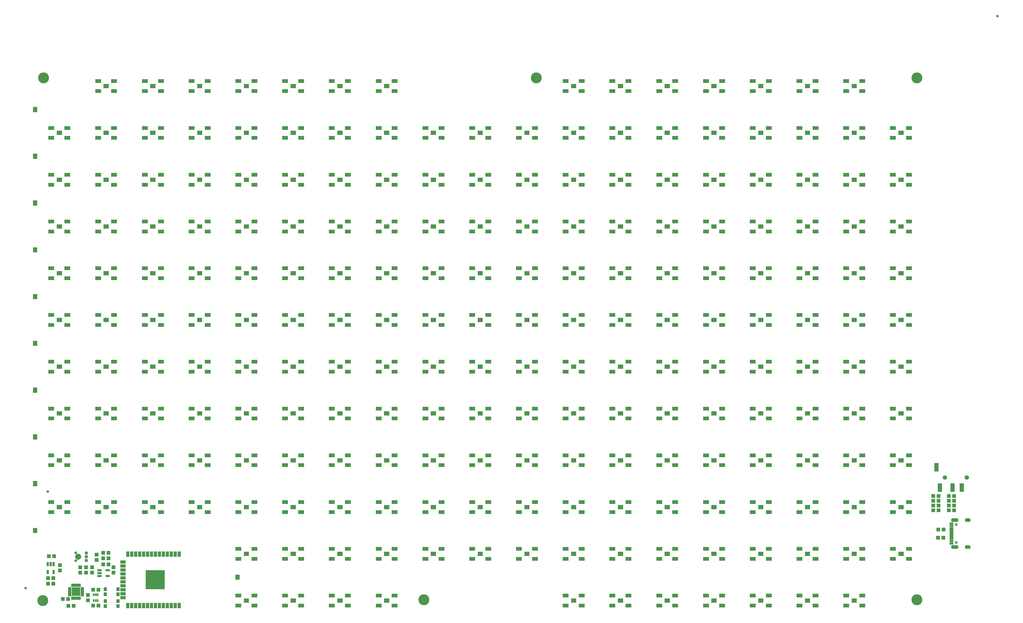
<source format=gts>
G04 EAGLE Gerber RS-274X export*
G75*
%MOMM*%
%FSLAX34Y34*%
%LPD*%
%INSoldermask Top*%
%IPPOS*%
%AMOC8*
5,1,8,0,0,1.08239X$1,22.5*%
G01*
%ADD10R,1.303200X1.203200*%
%ADD11C,0.838200*%
%ADD12R,0.503200X0.863200*%
%ADD13R,1.203200X1.303200*%
%ADD14R,1.103200X1.203200*%
%ADD15R,1.103200X1.703200*%
%ADD16R,1.703200X1.103200*%
%ADD17R,6.203200X6.203200*%
%ADD18R,0.753200X1.403200*%
%ADD19R,0.503200X1.053200*%
%ADD20R,1.053200X0.503200*%
%ADD21R,2.753200X2.753200*%
%ADD22C,3.505200*%
%ADD23R,1.219200X0.503200*%
%ADD24R,1.219200X0.803200*%
%ADD25R,1.219200X0.753200*%
%ADD26C,0.853200*%
%ADD27R,1.403200X2.703200*%
%ADD28C,1.403200*%
%ADD29C,0.500000*%
%ADD30C,0.903200*%
%ADD31C,1.103200*%
%ADD32R,1.403200X0.753200*%
%ADD33R,1.854200X1.203200*%
%ADD34R,0.838200X1.473200*%
%ADD35R,1.473200X0.838200*%

G36*
X3006305Y327154D02*
X3006305Y327154D01*
X3006308Y327151D01*
X3007575Y327356D01*
X3007581Y327362D01*
X3007586Y327359D01*
X3008775Y327841D01*
X3008779Y327848D01*
X3008785Y327846D01*
X3009838Y328580D01*
X3009840Y328588D01*
X3009846Y328587D01*
X3010709Y329537D01*
X3010710Y329546D01*
X3010715Y329546D01*
X3011345Y330665D01*
X3011344Y330673D01*
X3011350Y330675D01*
X3011715Y331905D01*
X3011712Y331912D01*
X3011716Y331915D01*
X3011715Y331915D01*
X3011717Y331916D01*
X3011799Y333197D01*
X3011797Y333201D01*
X3011799Y333203D01*
X3011717Y334484D01*
X3011711Y334490D01*
X3011715Y334495D01*
X3011350Y335725D01*
X3011343Y335730D01*
X3011345Y335735D01*
X3010715Y336854D01*
X3010708Y336857D01*
X3010709Y336863D01*
X3009846Y337813D01*
X3009838Y337814D01*
X3009838Y337820D01*
X3008785Y338554D01*
X3008777Y338554D01*
X3008775Y338559D01*
X3007586Y339041D01*
X3007578Y339039D01*
X3007575Y339044D01*
X3006308Y339249D01*
X3006303Y339246D01*
X3006300Y339249D01*
X2994300Y339249D01*
X2994296Y339246D01*
X2994293Y339249D01*
X2993171Y339094D01*
X2993166Y339089D01*
X2993162Y339092D01*
X2992091Y338721D01*
X2992087Y338715D01*
X2992082Y338717D01*
X2991105Y338144D01*
X2991102Y338138D01*
X2991097Y338139D01*
X2990250Y337386D01*
X2990248Y337379D01*
X2990243Y337379D01*
X2989559Y336476D01*
X2989559Y336469D01*
X2989554Y336468D01*
X2989059Y335449D01*
X2989061Y335442D01*
X2989059Y335441D01*
X2989056Y335440D01*
X2988769Y334343D01*
X2988772Y334337D01*
X2988768Y334334D01*
X2988701Y333203D01*
X2988703Y333199D01*
X2988701Y333197D01*
X2988768Y332066D01*
X2988773Y332061D01*
X2988769Y332057D01*
X2989056Y330960D01*
X2989062Y330956D01*
X2989059Y330951D01*
X2989554Y329932D01*
X2989560Y329929D01*
X2989559Y329924D01*
X2990243Y329021D01*
X2990250Y329019D01*
X2990250Y329014D01*
X2991097Y328261D01*
X2991104Y328261D01*
X2991105Y328256D01*
X2992082Y327683D01*
X2992089Y327684D01*
X2992091Y327679D01*
X2993162Y327308D01*
X2993168Y327311D01*
X2993171Y327306D01*
X2994293Y327151D01*
X2994298Y327154D01*
X2994300Y327151D01*
X3006300Y327151D01*
X3006305Y327154D01*
G37*
G36*
X3006305Y240754D02*
X3006305Y240754D01*
X3006308Y240751D01*
X3007575Y240956D01*
X3007581Y240962D01*
X3007586Y240959D01*
X3008775Y241441D01*
X3008779Y241448D01*
X3008785Y241446D01*
X3009838Y242180D01*
X3009840Y242188D01*
X3009846Y242187D01*
X3010709Y243137D01*
X3010710Y243146D01*
X3010715Y243146D01*
X3011345Y244265D01*
X3011344Y244273D01*
X3011350Y244275D01*
X3011715Y245505D01*
X3011712Y245512D01*
X3011716Y245515D01*
X3011715Y245515D01*
X3011717Y245516D01*
X3011799Y246797D01*
X3011797Y246801D01*
X3011799Y246803D01*
X3011717Y248084D01*
X3011711Y248090D01*
X3011715Y248095D01*
X3011350Y249325D01*
X3011343Y249330D01*
X3011345Y249335D01*
X3010715Y250454D01*
X3010708Y250457D01*
X3010709Y250463D01*
X3009846Y251413D01*
X3009838Y251414D01*
X3009838Y251420D01*
X3008785Y252154D01*
X3008777Y252154D01*
X3008775Y252159D01*
X3007586Y252641D01*
X3007578Y252639D01*
X3007575Y252644D01*
X3006308Y252849D01*
X3006303Y252846D01*
X3006300Y252849D01*
X2994300Y252849D01*
X2994296Y252846D01*
X2994293Y252849D01*
X2993171Y252694D01*
X2993166Y252689D01*
X2993162Y252692D01*
X2992091Y252321D01*
X2992087Y252315D01*
X2992082Y252317D01*
X2991105Y251744D01*
X2991102Y251738D01*
X2991097Y251739D01*
X2990250Y250986D01*
X2990248Y250979D01*
X2990243Y250979D01*
X2989559Y250076D01*
X2989559Y250069D01*
X2989554Y250068D01*
X2989059Y249049D01*
X2989061Y249042D01*
X2989059Y249041D01*
X2989056Y249040D01*
X2988769Y247943D01*
X2988772Y247937D01*
X2988768Y247934D01*
X2988701Y246803D01*
X2988703Y246799D01*
X2988701Y246797D01*
X2988768Y245666D01*
X2988773Y245661D01*
X2988769Y245657D01*
X2989056Y244560D01*
X2989062Y244556D01*
X2989059Y244551D01*
X2989554Y243532D01*
X2989560Y243529D01*
X2989559Y243524D01*
X2990243Y242621D01*
X2990250Y242619D01*
X2990250Y242614D01*
X2991097Y241861D01*
X2991104Y241861D01*
X2991105Y241856D01*
X2992082Y241283D01*
X2992089Y241284D01*
X2992091Y241279D01*
X2993162Y240908D01*
X2993168Y240911D01*
X2993171Y240906D01*
X2994293Y240751D01*
X2994298Y240754D01*
X2994300Y240751D01*
X3006300Y240751D01*
X3006305Y240754D01*
G37*
G36*
X3045104Y327153D02*
X3045104Y327153D01*
X3045106Y327151D01*
X3046435Y327306D01*
X3046441Y327312D01*
X3046445Y327309D01*
X3047706Y327756D01*
X3047711Y327763D01*
X3047716Y327761D01*
X3048846Y328478D01*
X3048849Y328485D01*
X3048855Y328484D01*
X3049797Y329435D01*
X3049798Y329443D01*
X3049804Y329443D01*
X3050511Y330579D01*
X3050511Y330584D01*
X3050512Y330585D01*
X3050511Y330587D01*
X3050516Y330589D01*
X3050952Y331854D01*
X3050950Y331862D01*
X3050955Y331865D01*
X3051099Y333195D01*
X3051095Y333201D01*
X3051099Y333205D01*
X3050989Y334371D01*
X3050984Y334376D01*
X3050987Y334380D01*
X3050652Y335503D01*
X3050646Y335507D01*
X3050648Y335511D01*
X3050100Y336547D01*
X3050094Y336550D01*
X3050095Y336555D01*
X3049356Y337463D01*
X3049349Y337465D01*
X3049349Y337470D01*
X3048447Y338217D01*
X3048440Y338217D01*
X3048439Y338223D01*
X3047408Y338779D01*
X3047401Y338778D01*
X3047399Y338783D01*
X3046280Y339127D01*
X3046273Y339125D01*
X3046270Y339129D01*
X3045105Y339249D01*
X3045102Y339247D01*
X3045100Y339249D01*
X3039100Y339249D01*
X3039097Y339247D01*
X3039095Y339249D01*
X3037919Y339138D01*
X3037914Y339133D01*
X3037910Y339136D01*
X3036778Y338798D01*
X3036774Y338792D01*
X3036769Y338794D01*
X3035725Y338242D01*
X3035722Y338235D01*
X3035717Y338237D01*
X3034801Y337491D01*
X3034800Y337484D01*
X3034794Y337484D01*
X3034041Y336575D01*
X3034041Y336567D01*
X3034036Y336567D01*
X3033475Y335527D01*
X3033476Y335520D01*
X3033471Y335518D01*
X3033124Y334389D01*
X3033126Y334383D01*
X3033122Y334380D01*
X3033001Y333205D01*
X3033005Y333198D01*
X3033001Y333194D01*
X3033158Y331854D01*
X3033163Y331848D01*
X3033160Y331843D01*
X3033611Y330572D01*
X3033618Y330567D01*
X3033616Y330562D01*
X3034338Y329423D01*
X3034346Y329420D01*
X3034345Y329414D01*
X3035303Y328464D01*
X3035311Y328463D01*
X3035312Y328457D01*
X3036457Y327744D01*
X3036466Y327745D01*
X3036467Y327739D01*
X3037743Y327299D01*
X3037750Y327301D01*
X3037752Y327299D01*
X3037753Y327297D01*
X3039095Y327151D01*
X3039098Y327153D01*
X3039100Y327151D01*
X3045100Y327151D01*
X3045104Y327153D01*
G37*
G36*
X3045104Y240753D02*
X3045104Y240753D01*
X3045106Y240751D01*
X3046435Y240906D01*
X3046441Y240912D01*
X3046445Y240909D01*
X3047706Y241356D01*
X3047711Y241363D01*
X3047716Y241361D01*
X3048846Y242078D01*
X3048849Y242085D01*
X3048855Y242084D01*
X3049797Y243035D01*
X3049798Y243043D01*
X3049804Y243043D01*
X3050511Y244179D01*
X3050511Y244184D01*
X3050512Y244185D01*
X3050511Y244187D01*
X3050516Y244189D01*
X3050952Y245454D01*
X3050950Y245462D01*
X3050955Y245465D01*
X3051099Y246795D01*
X3051095Y246801D01*
X3051099Y246805D01*
X3050989Y247971D01*
X3050984Y247976D01*
X3050987Y247980D01*
X3050652Y249103D01*
X3050646Y249107D01*
X3050648Y249111D01*
X3050100Y250147D01*
X3050094Y250150D01*
X3050095Y250155D01*
X3049356Y251063D01*
X3049349Y251065D01*
X3049349Y251070D01*
X3048447Y251817D01*
X3048440Y251817D01*
X3048439Y251823D01*
X3047408Y252379D01*
X3047401Y252378D01*
X3047399Y252383D01*
X3046280Y252727D01*
X3046273Y252725D01*
X3046270Y252729D01*
X3045105Y252849D01*
X3045102Y252847D01*
X3045100Y252849D01*
X3039100Y252849D01*
X3039097Y252847D01*
X3039095Y252849D01*
X3037919Y252738D01*
X3037914Y252733D01*
X3037910Y252736D01*
X3036778Y252398D01*
X3036774Y252392D01*
X3036769Y252394D01*
X3035725Y251842D01*
X3035722Y251835D01*
X3035717Y251837D01*
X3034801Y251091D01*
X3034800Y251084D01*
X3034794Y251084D01*
X3034041Y250175D01*
X3034041Y250167D01*
X3034036Y250167D01*
X3033475Y249127D01*
X3033476Y249120D01*
X3033471Y249118D01*
X3033124Y247989D01*
X3033126Y247983D01*
X3033122Y247980D01*
X3033001Y246805D01*
X3033005Y246798D01*
X3033001Y246794D01*
X3033158Y245454D01*
X3033163Y245448D01*
X3033160Y245443D01*
X3033611Y244172D01*
X3033618Y244167D01*
X3033616Y244162D01*
X3034338Y243023D01*
X3034346Y243020D01*
X3034345Y243014D01*
X3035303Y242064D01*
X3035311Y242063D01*
X3035312Y242057D01*
X3036457Y241344D01*
X3036466Y241345D01*
X3036467Y241339D01*
X3037743Y240899D01*
X3037750Y240901D01*
X3037752Y240899D01*
X3037753Y240897D01*
X3039095Y240751D01*
X3039098Y240753D01*
X3039100Y240751D01*
X3045100Y240751D01*
X3045104Y240753D01*
G37*
D10*
X108800Y147450D03*
X91800Y147450D03*
D11*
X3137500Y1950000D03*
X90550Y425000D03*
X20000Y115000D03*
D12*
X238300Y75250D03*
X244800Y93650D03*
X251300Y93650D03*
X238300Y93650D03*
X244800Y75250D03*
X251300Y75250D03*
D10*
X156600Y57900D03*
X173600Y57900D03*
X236300Y59050D03*
X253300Y59050D03*
X236300Y109850D03*
X253300Y109850D03*
D13*
X219400Y92950D03*
X219400Y75950D03*
D14*
X275100Y95500D03*
X275100Y111500D03*
X316100Y111500D03*
X316100Y95500D03*
X316100Y73400D03*
X316100Y57400D03*
X275100Y57400D03*
X275100Y73400D03*
D15*
X512300Y223980D03*
X499600Y223980D03*
X486900Y223980D03*
X474200Y223980D03*
X461500Y223980D03*
X448800Y223980D03*
X436100Y223980D03*
X423400Y223980D03*
X410700Y223980D03*
X398000Y223980D03*
X385300Y223980D03*
X372600Y223980D03*
X359900Y223980D03*
X347200Y223980D03*
D16*
X332300Y198750D03*
X332300Y186050D03*
X332300Y173350D03*
X332300Y160650D03*
X332300Y147950D03*
X332300Y135250D03*
X332300Y122550D03*
X332300Y109850D03*
X332300Y97150D03*
X332300Y84450D03*
D15*
X347200Y59220D03*
X359900Y59220D03*
X372600Y59220D03*
X385300Y59220D03*
X398000Y59220D03*
X410700Y59220D03*
X423400Y59220D03*
X436100Y59220D03*
X448800Y59220D03*
X461500Y59220D03*
X474200Y59220D03*
X486900Y59220D03*
X499600Y59220D03*
X512300Y59220D03*
D17*
X435300Y141600D03*
D18*
X109800Y192201D03*
X100300Y192201D03*
X90800Y192201D03*
X90800Y166199D03*
X109800Y166199D03*
D19*
X168800Y124000D03*
X173800Y124000D03*
X178800Y124000D03*
X183800Y124000D03*
X188800Y124000D03*
X193800Y124000D03*
D20*
X201800Y116000D03*
X201800Y111000D03*
X201800Y106000D03*
X201800Y101000D03*
X201800Y96000D03*
X201800Y91000D03*
X160800Y91000D03*
X160800Y96000D03*
X160800Y101000D03*
X160800Y106000D03*
X160800Y111000D03*
X160800Y116000D03*
D19*
X193800Y83000D03*
X188800Y83000D03*
X183800Y83000D03*
X178800Y83000D03*
X173800Y83000D03*
X168800Y83000D03*
D21*
X181300Y103500D03*
D22*
X2878600Y77500D03*
X75000Y75000D03*
D23*
X2989560Y297500D03*
X2989560Y292500D03*
D24*
X2989560Y322250D03*
D25*
X2989560Y314500D03*
D23*
X2989560Y307500D03*
X2989560Y302500D03*
X2989560Y282500D03*
X2989560Y287500D03*
D24*
X2989560Y257750D03*
D25*
X2989560Y265500D03*
D23*
X2989560Y272500D03*
X2989560Y277500D03*
D26*
X3005550Y261100D03*
X3005550Y318900D03*
D10*
X2947500Y302900D03*
X2964500Y302900D03*
X2946500Y277000D03*
X2963500Y277000D03*
D27*
X2953000Y437500D03*
X2942000Y502500D03*
X2993000Y437500D03*
X3023000Y437500D03*
D28*
X3039000Y470000D03*
X2969000Y470000D03*
D29*
X181500Y215700D02*
X181502Y215872D01*
X181508Y216043D01*
X181519Y216215D01*
X181534Y216386D01*
X181553Y216557D01*
X181576Y216727D01*
X181603Y216897D01*
X181635Y217066D01*
X181670Y217234D01*
X181710Y217401D01*
X181754Y217567D01*
X181801Y217732D01*
X181853Y217896D01*
X181909Y218058D01*
X181969Y218219D01*
X182033Y218379D01*
X182101Y218537D01*
X182172Y218693D01*
X182247Y218847D01*
X182327Y219000D01*
X182409Y219150D01*
X182496Y219299D01*
X182586Y219445D01*
X182680Y219589D01*
X182777Y219731D01*
X182878Y219870D01*
X182982Y220007D01*
X183089Y220141D01*
X183200Y220272D01*
X183313Y220401D01*
X183430Y220527D01*
X183550Y220650D01*
X183673Y220770D01*
X183799Y220887D01*
X183928Y221000D01*
X184059Y221111D01*
X184193Y221218D01*
X184330Y221322D01*
X184469Y221423D01*
X184611Y221520D01*
X184755Y221614D01*
X184901Y221704D01*
X185050Y221791D01*
X185200Y221873D01*
X185353Y221953D01*
X185507Y222028D01*
X185663Y222099D01*
X185821Y222167D01*
X185981Y222231D01*
X186142Y222291D01*
X186304Y222347D01*
X186468Y222399D01*
X186633Y222446D01*
X186799Y222490D01*
X186966Y222530D01*
X187134Y222565D01*
X187303Y222597D01*
X187473Y222624D01*
X187643Y222647D01*
X187814Y222666D01*
X187985Y222681D01*
X188157Y222692D01*
X188328Y222698D01*
X188500Y222700D01*
X188672Y222698D01*
X188843Y222692D01*
X189015Y222681D01*
X189186Y222666D01*
X189357Y222647D01*
X189527Y222624D01*
X189697Y222597D01*
X189866Y222565D01*
X190034Y222530D01*
X190201Y222490D01*
X190367Y222446D01*
X190532Y222399D01*
X190696Y222347D01*
X190858Y222291D01*
X191019Y222231D01*
X191179Y222167D01*
X191337Y222099D01*
X191493Y222028D01*
X191647Y221953D01*
X191800Y221873D01*
X191950Y221791D01*
X192099Y221704D01*
X192245Y221614D01*
X192389Y221520D01*
X192531Y221423D01*
X192670Y221322D01*
X192807Y221218D01*
X192941Y221111D01*
X193072Y221000D01*
X193201Y220887D01*
X193327Y220770D01*
X193450Y220650D01*
X193570Y220527D01*
X193687Y220401D01*
X193800Y220272D01*
X193911Y220141D01*
X194018Y220007D01*
X194122Y219870D01*
X194223Y219731D01*
X194320Y219589D01*
X194414Y219445D01*
X194504Y219299D01*
X194591Y219150D01*
X194673Y219000D01*
X194753Y218847D01*
X194828Y218693D01*
X194899Y218537D01*
X194967Y218379D01*
X195031Y218219D01*
X195091Y218058D01*
X195147Y217896D01*
X195199Y217732D01*
X195246Y217567D01*
X195290Y217401D01*
X195330Y217234D01*
X195365Y217066D01*
X195397Y216897D01*
X195424Y216727D01*
X195447Y216557D01*
X195466Y216386D01*
X195481Y216215D01*
X195492Y216043D01*
X195498Y215872D01*
X195500Y215700D01*
X195498Y215528D01*
X195492Y215357D01*
X195481Y215185D01*
X195466Y215014D01*
X195447Y214843D01*
X195424Y214673D01*
X195397Y214503D01*
X195365Y214334D01*
X195330Y214166D01*
X195290Y213999D01*
X195246Y213833D01*
X195199Y213668D01*
X195147Y213504D01*
X195091Y213342D01*
X195031Y213181D01*
X194967Y213021D01*
X194899Y212863D01*
X194828Y212707D01*
X194753Y212553D01*
X194673Y212400D01*
X194591Y212250D01*
X194504Y212101D01*
X194414Y211955D01*
X194320Y211811D01*
X194223Y211669D01*
X194122Y211530D01*
X194018Y211393D01*
X193911Y211259D01*
X193800Y211128D01*
X193687Y210999D01*
X193570Y210873D01*
X193450Y210750D01*
X193327Y210630D01*
X193201Y210513D01*
X193072Y210400D01*
X192941Y210289D01*
X192807Y210182D01*
X192670Y210078D01*
X192531Y209977D01*
X192389Y209880D01*
X192245Y209786D01*
X192099Y209696D01*
X191950Y209609D01*
X191800Y209527D01*
X191647Y209447D01*
X191493Y209372D01*
X191337Y209301D01*
X191179Y209233D01*
X191019Y209169D01*
X190858Y209109D01*
X190696Y209053D01*
X190532Y209001D01*
X190367Y208954D01*
X190201Y208910D01*
X190034Y208870D01*
X189866Y208835D01*
X189697Y208803D01*
X189527Y208776D01*
X189357Y208753D01*
X189186Y208734D01*
X189015Y208719D01*
X188843Y208708D01*
X188672Y208702D01*
X188500Y208700D01*
X188328Y208702D01*
X188157Y208708D01*
X187985Y208719D01*
X187814Y208734D01*
X187643Y208753D01*
X187473Y208776D01*
X187303Y208803D01*
X187134Y208835D01*
X186966Y208870D01*
X186799Y208910D01*
X186633Y208954D01*
X186468Y209001D01*
X186304Y209053D01*
X186142Y209109D01*
X185981Y209169D01*
X185821Y209233D01*
X185663Y209301D01*
X185507Y209372D01*
X185353Y209447D01*
X185200Y209527D01*
X185050Y209609D01*
X184901Y209696D01*
X184755Y209786D01*
X184611Y209880D01*
X184469Y209977D01*
X184330Y210078D01*
X184193Y210182D01*
X184059Y210289D01*
X183928Y210400D01*
X183799Y210513D01*
X183673Y210630D01*
X183550Y210750D01*
X183430Y210873D01*
X183313Y210999D01*
X183200Y211128D01*
X183089Y211259D01*
X182982Y211393D01*
X182878Y211530D01*
X182777Y211669D01*
X182680Y211811D01*
X182586Y211955D01*
X182496Y212101D01*
X182409Y212250D01*
X182327Y212400D01*
X182247Y212553D01*
X182172Y212707D01*
X182101Y212863D01*
X182033Y213021D01*
X181969Y213181D01*
X181909Y213342D01*
X181853Y213504D01*
X181801Y213668D01*
X181754Y213833D01*
X181710Y213999D01*
X181670Y214166D01*
X181635Y214334D01*
X181603Y214503D01*
X181576Y214673D01*
X181553Y214843D01*
X181534Y215014D01*
X181519Y215185D01*
X181508Y215357D01*
X181502Y215528D01*
X181500Y215700D01*
D30*
X180500Y202700D03*
D31*
X214700Y215700D03*
X214700Y227700D03*
D30*
X180500Y228700D03*
D31*
X214700Y203700D03*
X188500Y215700D03*
D13*
X247300Y222700D03*
X247300Y205700D03*
D10*
X285500Y191400D03*
X268500Y191400D03*
D32*
X256699Y172800D03*
X256699Y163300D03*
X256699Y153800D03*
X282701Y153800D03*
X282701Y172800D03*
D13*
X232950Y164800D03*
X232950Y181800D03*
X194850Y181800D03*
X194850Y164800D03*
X213900Y164800D03*
X213900Y181800D03*
D10*
X268500Y228000D03*
X285500Y228000D03*
D13*
X301450Y181800D03*
X301450Y164800D03*
D10*
X285500Y210450D03*
X268500Y210450D03*
X2948500Y380000D03*
X2931500Y380000D03*
X2998500Y365000D03*
X2981500Y365000D03*
X2981500Y380000D03*
X2998500Y380000D03*
X2948500Y365000D03*
X2931500Y365000D03*
X2998500Y395000D03*
X2981500Y395000D03*
X2931500Y395000D03*
X2948500Y395000D03*
X2981500Y410000D03*
X2998500Y410000D03*
X2931500Y410000D03*
X2948500Y410000D03*
D33*
X303820Y1709000D03*
X252280Y1709000D03*
X252280Y1741000D03*
X303820Y1741000D03*
D34*
X273986Y1725000D03*
X282114Y1725000D03*
D33*
X453820Y1709000D03*
X402280Y1709000D03*
X402280Y1741000D03*
X453820Y1741000D03*
X603820Y1709000D03*
X552280Y1709000D03*
X552280Y1741000D03*
X603820Y1741000D03*
D34*
X423986Y1725000D03*
X432114Y1725000D03*
X573986Y1725000D03*
X582114Y1725000D03*
D33*
X753820Y1709000D03*
X702280Y1709000D03*
X702280Y1741000D03*
X753820Y1741000D03*
X903820Y1709000D03*
X852280Y1709000D03*
X852280Y1741000D03*
X903820Y1741000D03*
D34*
X723986Y1725000D03*
X732114Y1725000D03*
X873986Y1725000D03*
X882114Y1725000D03*
D33*
X1053820Y1709000D03*
X1002280Y1709000D03*
X1002280Y1741000D03*
X1053820Y1741000D03*
X1203820Y1709000D03*
X1152280Y1709000D03*
X1152280Y1741000D03*
X1203820Y1741000D03*
D34*
X1023986Y1725000D03*
X1032114Y1725000D03*
X1173986Y1725000D03*
X1182114Y1725000D03*
D33*
X1803820Y1709000D03*
X1752280Y1709000D03*
X1752280Y1741000D03*
X1803820Y1741000D03*
D34*
X1773986Y1725000D03*
X1782114Y1725000D03*
D33*
X1953820Y1709000D03*
X1902280Y1709000D03*
X1902280Y1741000D03*
X1953820Y1741000D03*
D34*
X1923986Y1725000D03*
X1932114Y1725000D03*
D33*
X2103820Y1709000D03*
X2052280Y1709000D03*
X2052280Y1741000D03*
X2103820Y1741000D03*
X2253820Y1709000D03*
X2202280Y1709000D03*
X2202280Y1741000D03*
X2253820Y1741000D03*
D34*
X2073986Y1725000D03*
X2082114Y1725000D03*
X2223986Y1725000D03*
X2232114Y1725000D03*
D33*
X2403820Y1709000D03*
X2352280Y1709000D03*
X2352280Y1741000D03*
X2403820Y1741000D03*
X2553820Y1709000D03*
X2502280Y1709000D03*
X2502280Y1741000D03*
X2553820Y1741000D03*
D34*
X2373986Y1725000D03*
X2382114Y1725000D03*
X2523986Y1725000D03*
X2532114Y1725000D03*
D33*
X2703820Y1709000D03*
X2652280Y1709000D03*
X2652280Y1741000D03*
X2703820Y1741000D03*
D34*
X2673986Y1725000D03*
X2682114Y1725000D03*
D33*
X153820Y1559000D03*
X102280Y1559000D03*
X102280Y1591000D03*
X153820Y1591000D03*
X303820Y1559000D03*
X252280Y1559000D03*
X252280Y1591000D03*
X303820Y1591000D03*
D34*
X123986Y1575000D03*
X132114Y1575000D03*
X273986Y1575000D03*
X282114Y1575000D03*
D33*
X453820Y1559000D03*
X402280Y1559000D03*
X402280Y1591000D03*
X453820Y1591000D03*
D34*
X423986Y1575000D03*
X432114Y1575000D03*
D33*
X603820Y1559000D03*
X552280Y1559000D03*
X552280Y1591000D03*
X603820Y1591000D03*
X753820Y1559000D03*
X702280Y1559000D03*
X702280Y1591000D03*
X753820Y1591000D03*
D34*
X573986Y1575000D03*
X582114Y1575000D03*
X723986Y1575000D03*
X732114Y1575000D03*
D33*
X903820Y1559000D03*
X852280Y1559000D03*
X852280Y1591000D03*
X903820Y1591000D03*
X1053820Y1559000D03*
X1002280Y1559000D03*
X1002280Y1591000D03*
X1053820Y1591000D03*
D34*
X873986Y1575000D03*
X882114Y1575000D03*
X1023986Y1575000D03*
X1032114Y1575000D03*
D33*
X1203820Y1559000D03*
X1152280Y1559000D03*
X1152280Y1591000D03*
X1203820Y1591000D03*
X1353820Y1559000D03*
X1302280Y1559000D03*
X1302280Y1591000D03*
X1353820Y1591000D03*
D34*
X1173986Y1575000D03*
X1182114Y1575000D03*
X1323986Y1575000D03*
X1332114Y1575000D03*
D33*
X1503820Y1559000D03*
X1452280Y1559000D03*
X1452280Y1591000D03*
X1503820Y1591000D03*
X1653820Y1559000D03*
X1602280Y1559000D03*
X1602280Y1591000D03*
X1653820Y1591000D03*
D34*
X1473986Y1575000D03*
X1482114Y1575000D03*
X1623986Y1575000D03*
X1632114Y1575000D03*
D33*
X1803820Y1559000D03*
X1752280Y1559000D03*
X1752280Y1591000D03*
X1803820Y1591000D03*
X1953820Y1559000D03*
X1902280Y1559000D03*
X1902280Y1591000D03*
X1953820Y1591000D03*
D34*
X1773986Y1575000D03*
X1782114Y1575000D03*
X1923986Y1575000D03*
X1932114Y1575000D03*
D33*
X2103820Y1559000D03*
X2052280Y1559000D03*
X2052280Y1591000D03*
X2103820Y1591000D03*
D34*
X2073986Y1575000D03*
X2082114Y1575000D03*
D33*
X2253820Y1559000D03*
X2202280Y1559000D03*
X2202280Y1591000D03*
X2253820Y1591000D03*
X2403820Y1559000D03*
X2352280Y1559000D03*
X2352280Y1591000D03*
X2403820Y1591000D03*
D34*
X2223986Y1575000D03*
X2232114Y1575000D03*
X2373986Y1575000D03*
X2382114Y1575000D03*
D33*
X2553820Y1559000D03*
X2502280Y1559000D03*
X2502280Y1591000D03*
X2553820Y1591000D03*
X2703820Y1559000D03*
X2652280Y1559000D03*
X2652280Y1591000D03*
X2703820Y1591000D03*
D34*
X2523986Y1575000D03*
X2532114Y1575000D03*
X2673986Y1575000D03*
X2682114Y1575000D03*
D33*
X2853820Y1559000D03*
X2802280Y1559000D03*
X2802280Y1591000D03*
X2853820Y1591000D03*
D34*
X2823986Y1575000D03*
X2832114Y1575000D03*
D33*
X153820Y1409000D03*
X102280Y1409000D03*
X102280Y1441000D03*
X153820Y1441000D03*
D34*
X123986Y1425000D03*
X132114Y1425000D03*
D33*
X303820Y1409000D03*
X252280Y1409000D03*
X252280Y1441000D03*
X303820Y1441000D03*
X453820Y1409000D03*
X402280Y1409000D03*
X402280Y1441000D03*
X453820Y1441000D03*
D34*
X273986Y1425000D03*
X282114Y1425000D03*
X423986Y1425000D03*
X432114Y1425000D03*
D33*
X603820Y1409000D03*
X552280Y1409000D03*
X552280Y1441000D03*
X603820Y1441000D03*
D34*
X573986Y1425000D03*
X582114Y1425000D03*
D33*
X753820Y1409000D03*
X702280Y1409000D03*
X702280Y1441000D03*
X753820Y1441000D03*
X903820Y1409000D03*
X852280Y1409000D03*
X852280Y1441000D03*
X903820Y1441000D03*
D34*
X723986Y1425000D03*
X732114Y1425000D03*
X873986Y1425000D03*
X882114Y1425000D03*
D33*
X1053820Y1409000D03*
X1002280Y1409000D03*
X1002280Y1441000D03*
X1053820Y1441000D03*
X1203820Y1409000D03*
X1152280Y1409000D03*
X1152280Y1441000D03*
X1203820Y1441000D03*
D34*
X1023986Y1425000D03*
X1032114Y1425000D03*
X1173986Y1425000D03*
X1182114Y1425000D03*
D33*
X1353820Y1409000D03*
X1302280Y1409000D03*
X1302280Y1441000D03*
X1353820Y1441000D03*
X1503820Y1409000D03*
X1452280Y1409000D03*
X1452280Y1441000D03*
X1503820Y1441000D03*
D34*
X1323986Y1425000D03*
X1332114Y1425000D03*
X1473986Y1425000D03*
X1482114Y1425000D03*
D33*
X1653820Y1409000D03*
X1602280Y1409000D03*
X1602280Y1441000D03*
X1653820Y1441000D03*
X1803820Y1409000D03*
X1752280Y1409000D03*
X1752280Y1441000D03*
X1803820Y1441000D03*
D34*
X1623986Y1425000D03*
X1632114Y1425000D03*
X1773986Y1425000D03*
X1782114Y1425000D03*
D33*
X1953820Y1409000D03*
X1902280Y1409000D03*
X1902280Y1441000D03*
X1953820Y1441000D03*
X2103820Y1409000D03*
X2052280Y1409000D03*
X2052280Y1441000D03*
X2103820Y1441000D03*
D34*
X1923986Y1425000D03*
X1932114Y1425000D03*
X2073986Y1425000D03*
X2082114Y1425000D03*
D33*
X2253820Y1409000D03*
X2202280Y1409000D03*
X2202280Y1441000D03*
X2253820Y1441000D03*
D34*
X2223986Y1425000D03*
X2232114Y1425000D03*
D33*
X2403820Y1409000D03*
X2352280Y1409000D03*
X2352280Y1441000D03*
X2403820Y1441000D03*
X2553820Y1409000D03*
X2502280Y1409000D03*
X2502280Y1441000D03*
X2553820Y1441000D03*
D34*
X2373986Y1425000D03*
X2382114Y1425000D03*
X2523986Y1425000D03*
X2532114Y1425000D03*
D33*
X2703820Y1409000D03*
X2652280Y1409000D03*
X2652280Y1441000D03*
X2703820Y1441000D03*
X2853820Y1409000D03*
X2802280Y1409000D03*
X2802280Y1441000D03*
X2853820Y1441000D03*
D34*
X2673986Y1425000D03*
X2682114Y1425000D03*
X2823986Y1425000D03*
X2832114Y1425000D03*
D33*
X153820Y1259000D03*
X102280Y1259000D03*
X102280Y1291000D03*
X153820Y1291000D03*
X303820Y1259000D03*
X252280Y1259000D03*
X252280Y1291000D03*
X303820Y1291000D03*
D34*
X123986Y1275000D03*
X132114Y1275000D03*
X273986Y1275000D03*
X282114Y1275000D03*
D33*
X453820Y1259000D03*
X402280Y1259000D03*
X402280Y1291000D03*
X453820Y1291000D03*
X603820Y1259000D03*
X552280Y1259000D03*
X552280Y1291000D03*
X603820Y1291000D03*
D34*
X423986Y1275000D03*
X432114Y1275000D03*
X573986Y1275000D03*
X582114Y1275000D03*
D33*
X753820Y1259000D03*
X702280Y1259000D03*
X702280Y1291000D03*
X753820Y1291000D03*
D34*
X723986Y1275000D03*
X732114Y1275000D03*
D33*
X903820Y1259000D03*
X852280Y1259000D03*
X852280Y1291000D03*
X903820Y1291000D03*
X1053820Y1259000D03*
X1002280Y1259000D03*
X1002280Y1291000D03*
X1053820Y1291000D03*
D34*
X873986Y1275000D03*
X882114Y1275000D03*
X1023986Y1275000D03*
X1032114Y1275000D03*
D33*
X1203820Y1259000D03*
X1152280Y1259000D03*
X1152280Y1291000D03*
X1203820Y1291000D03*
X1353820Y1259000D03*
X1302280Y1259000D03*
X1302280Y1291000D03*
X1353820Y1291000D03*
D34*
X1173986Y1275000D03*
X1182114Y1275000D03*
X1323986Y1275000D03*
X1332114Y1275000D03*
D33*
X1503820Y1259000D03*
X1452280Y1259000D03*
X1452280Y1291000D03*
X1503820Y1291000D03*
X1653820Y1259000D03*
X1602280Y1259000D03*
X1602280Y1291000D03*
X1653820Y1291000D03*
D34*
X1473986Y1275000D03*
X1482114Y1275000D03*
X1623986Y1275000D03*
X1632114Y1275000D03*
D33*
X1803820Y1259000D03*
X1752280Y1259000D03*
X1752280Y1291000D03*
X1803820Y1291000D03*
X1953820Y1259000D03*
X1902280Y1259000D03*
X1902280Y1291000D03*
X1953820Y1291000D03*
D34*
X1773986Y1275000D03*
X1782114Y1275000D03*
X1923986Y1275000D03*
X1932114Y1275000D03*
D33*
X2103820Y1259000D03*
X2052280Y1259000D03*
X2052280Y1291000D03*
X2103820Y1291000D03*
X2253820Y1259000D03*
X2202280Y1259000D03*
X2202280Y1291000D03*
X2253820Y1291000D03*
D34*
X2073986Y1275000D03*
X2082114Y1275000D03*
X2223986Y1275000D03*
X2232114Y1275000D03*
D33*
X2403820Y1259000D03*
X2352280Y1259000D03*
X2352280Y1291000D03*
X2403820Y1291000D03*
D34*
X2373986Y1275000D03*
X2382114Y1275000D03*
D33*
X2553820Y1259000D03*
X2502280Y1259000D03*
X2502280Y1291000D03*
X2553820Y1291000D03*
X2703820Y1259000D03*
X2652280Y1259000D03*
X2652280Y1291000D03*
X2703820Y1291000D03*
D34*
X2523986Y1275000D03*
X2532114Y1275000D03*
X2673986Y1275000D03*
X2682114Y1275000D03*
D33*
X2853820Y1259000D03*
X2802280Y1259000D03*
X2802280Y1291000D03*
X2853820Y1291000D03*
D34*
X2823986Y1275000D03*
X2832114Y1275000D03*
D33*
X153820Y1109000D03*
X102280Y1109000D03*
X102280Y1141000D03*
X153820Y1141000D03*
D34*
X123986Y1125000D03*
X132114Y1125000D03*
D33*
X303820Y1109000D03*
X252280Y1109000D03*
X252280Y1141000D03*
X303820Y1141000D03*
X453820Y1109000D03*
X402280Y1109000D03*
X402280Y1141000D03*
X453820Y1141000D03*
D34*
X273986Y1125000D03*
X282114Y1125000D03*
X423986Y1125000D03*
X432114Y1125000D03*
D33*
X603820Y1109000D03*
X552280Y1109000D03*
X552280Y1141000D03*
X603820Y1141000D03*
X753820Y1109000D03*
X702280Y1109000D03*
X702280Y1141000D03*
X753820Y1141000D03*
D34*
X573986Y1125000D03*
X582114Y1125000D03*
X723986Y1125000D03*
X732114Y1125000D03*
D33*
X903820Y1109000D03*
X852280Y1109000D03*
X852280Y1141000D03*
X903820Y1141000D03*
D34*
X873986Y1125000D03*
X882114Y1125000D03*
D33*
X1053820Y1109000D03*
X1002280Y1109000D03*
X1002280Y1141000D03*
X1053820Y1141000D03*
X1203820Y1109000D03*
X1152280Y1109000D03*
X1152280Y1141000D03*
X1203820Y1141000D03*
D34*
X1023986Y1125000D03*
X1032114Y1125000D03*
X1173986Y1125000D03*
X1182114Y1125000D03*
D33*
X1353820Y1109000D03*
X1302280Y1109000D03*
X1302280Y1141000D03*
X1353820Y1141000D03*
X1503820Y1109000D03*
X1452280Y1109000D03*
X1452280Y1141000D03*
X1503820Y1141000D03*
D34*
X1323986Y1125000D03*
X1332114Y1125000D03*
X1473986Y1125000D03*
X1482114Y1125000D03*
D33*
X1653820Y1109000D03*
X1602280Y1109000D03*
X1602280Y1141000D03*
X1653820Y1141000D03*
X1803820Y1109000D03*
X1752280Y1109000D03*
X1752280Y1141000D03*
X1803820Y1141000D03*
D34*
X1623986Y1125000D03*
X1632114Y1125000D03*
X1773986Y1125000D03*
X1782114Y1125000D03*
D33*
X1953820Y1109000D03*
X1902280Y1109000D03*
X1902280Y1141000D03*
X1953820Y1141000D03*
X2103820Y1109000D03*
X2052280Y1109000D03*
X2052280Y1141000D03*
X2103820Y1141000D03*
D34*
X1923986Y1125000D03*
X1932114Y1125000D03*
X2073986Y1125000D03*
X2082114Y1125000D03*
D33*
X2253820Y1109000D03*
X2202280Y1109000D03*
X2202280Y1141000D03*
X2253820Y1141000D03*
X2403820Y1109000D03*
X2352280Y1109000D03*
X2352280Y1141000D03*
X2403820Y1141000D03*
D34*
X2223986Y1125000D03*
X2232114Y1125000D03*
X2373986Y1125000D03*
X2382114Y1125000D03*
D33*
X2553820Y1109000D03*
X2502280Y1109000D03*
X2502280Y1141000D03*
X2553820Y1141000D03*
D34*
X2523986Y1125000D03*
X2532114Y1125000D03*
D33*
X2703820Y1109000D03*
X2652280Y1109000D03*
X2652280Y1141000D03*
X2703820Y1141000D03*
X2853820Y1109000D03*
X2802280Y1109000D03*
X2802280Y1141000D03*
X2853820Y1141000D03*
D34*
X2673986Y1125000D03*
X2682114Y1125000D03*
X2823986Y1125000D03*
X2832114Y1125000D03*
D33*
X153820Y959000D03*
X102280Y959000D03*
X102280Y991000D03*
X153820Y991000D03*
X303820Y959000D03*
X252280Y959000D03*
X252280Y991000D03*
X303820Y991000D03*
D34*
X123986Y975000D03*
X132114Y975000D03*
X273986Y975000D03*
X282114Y975000D03*
D33*
X453820Y959000D03*
X402280Y959000D03*
X402280Y991000D03*
X453820Y991000D03*
X603820Y959000D03*
X552280Y959000D03*
X552280Y991000D03*
X603820Y991000D03*
D34*
X423986Y975000D03*
X432114Y975000D03*
X573986Y975000D03*
X582114Y975000D03*
D33*
X753820Y959000D03*
X702280Y959000D03*
X702280Y991000D03*
X753820Y991000D03*
X903820Y959000D03*
X852280Y959000D03*
X852280Y991000D03*
X903820Y991000D03*
D34*
X723986Y975000D03*
X732114Y975000D03*
X873986Y975000D03*
X882114Y975000D03*
D33*
X1053820Y959000D03*
X1002280Y959000D03*
X1002280Y991000D03*
X1053820Y991000D03*
D34*
X1023986Y975000D03*
X1032114Y975000D03*
D33*
X1203820Y959000D03*
X1152280Y959000D03*
X1152280Y991000D03*
X1203820Y991000D03*
X1353820Y959000D03*
X1302280Y959000D03*
X1302280Y991000D03*
X1353820Y991000D03*
D34*
X1173986Y975000D03*
X1182114Y975000D03*
X1323986Y975000D03*
X1332114Y975000D03*
D33*
X1503820Y959000D03*
X1452280Y959000D03*
X1452280Y991000D03*
X1503820Y991000D03*
X1653820Y959000D03*
X1602280Y959000D03*
X1602280Y991000D03*
X1653820Y991000D03*
D34*
X1473986Y975000D03*
X1482114Y975000D03*
X1623986Y975000D03*
X1632114Y975000D03*
D33*
X1803820Y959000D03*
X1752280Y959000D03*
X1752280Y991000D03*
X1803820Y991000D03*
X1953820Y959000D03*
X1902280Y959000D03*
X1902280Y991000D03*
X1953820Y991000D03*
D34*
X1773986Y975000D03*
X1782114Y975000D03*
X1923986Y975000D03*
X1932114Y975000D03*
D33*
X2103820Y959000D03*
X2052280Y959000D03*
X2052280Y991000D03*
X2103820Y991000D03*
X2253820Y959000D03*
X2202280Y959000D03*
X2202280Y991000D03*
X2253820Y991000D03*
D34*
X2073986Y975000D03*
X2082114Y975000D03*
X2223986Y975000D03*
X2232114Y975000D03*
D33*
X2403820Y959000D03*
X2352280Y959000D03*
X2352280Y991000D03*
X2403820Y991000D03*
X2553820Y959000D03*
X2502280Y959000D03*
X2502280Y991000D03*
X2553820Y991000D03*
D34*
X2373986Y975000D03*
X2382114Y975000D03*
X2523986Y975000D03*
X2532114Y975000D03*
D33*
X2703820Y959000D03*
X2652280Y959000D03*
X2652280Y991000D03*
X2703820Y991000D03*
D34*
X2673986Y975000D03*
X2682114Y975000D03*
D33*
X2853820Y959000D03*
X2802280Y959000D03*
X2802280Y991000D03*
X2853820Y991000D03*
D34*
X2823986Y975000D03*
X2832114Y975000D03*
D33*
X153820Y809000D03*
X102280Y809000D03*
X102280Y841000D03*
X153820Y841000D03*
D34*
X123986Y825000D03*
X132114Y825000D03*
D33*
X303820Y809000D03*
X252280Y809000D03*
X252280Y841000D03*
X303820Y841000D03*
X453820Y809000D03*
X402280Y809000D03*
X402280Y841000D03*
X453820Y841000D03*
D34*
X273986Y825000D03*
X282114Y825000D03*
X423986Y825000D03*
X432114Y825000D03*
D33*
X603820Y809000D03*
X552280Y809000D03*
X552280Y841000D03*
X603820Y841000D03*
X753820Y809000D03*
X702280Y809000D03*
X702280Y841000D03*
X753820Y841000D03*
D34*
X573986Y825000D03*
X582114Y825000D03*
X723986Y825000D03*
X732114Y825000D03*
D33*
X903820Y809000D03*
X852280Y809000D03*
X852280Y841000D03*
X903820Y841000D03*
X1053820Y809000D03*
X1002280Y809000D03*
X1002280Y841000D03*
X1053820Y841000D03*
D34*
X873986Y825000D03*
X882114Y825000D03*
X1023986Y825000D03*
X1032114Y825000D03*
D33*
X1203820Y809000D03*
X1152280Y809000D03*
X1152280Y841000D03*
X1203820Y841000D03*
D34*
X1173986Y825000D03*
X1182114Y825000D03*
D33*
X1353820Y809000D03*
X1302280Y809000D03*
X1302280Y841000D03*
X1353820Y841000D03*
X1503820Y809000D03*
X1452280Y809000D03*
X1452280Y841000D03*
X1503820Y841000D03*
D34*
X1323986Y825000D03*
X1332114Y825000D03*
X1473986Y825000D03*
X1482114Y825000D03*
D33*
X1653820Y809000D03*
X1602280Y809000D03*
X1602280Y841000D03*
X1653820Y841000D03*
X1803820Y809000D03*
X1752280Y809000D03*
X1752280Y841000D03*
X1803820Y841000D03*
D34*
X1623986Y825000D03*
X1632114Y825000D03*
X1773986Y825000D03*
X1782114Y825000D03*
D33*
X1953820Y809000D03*
X1902280Y809000D03*
X1902280Y841000D03*
X1953820Y841000D03*
X2103820Y809000D03*
X2052280Y809000D03*
X2052280Y841000D03*
X2103820Y841000D03*
D34*
X1923986Y825000D03*
X1932114Y825000D03*
X2073986Y825000D03*
X2082114Y825000D03*
D33*
X2253820Y809000D03*
X2202280Y809000D03*
X2202280Y841000D03*
X2253820Y841000D03*
X2403820Y809000D03*
X2352280Y809000D03*
X2352280Y841000D03*
X2403820Y841000D03*
D34*
X2223986Y825000D03*
X2232114Y825000D03*
X2373986Y825000D03*
X2382114Y825000D03*
D33*
X2553820Y809000D03*
X2502280Y809000D03*
X2502280Y841000D03*
X2553820Y841000D03*
X2703820Y809000D03*
X2652280Y809000D03*
X2652280Y841000D03*
X2703820Y841000D03*
D34*
X2523986Y825000D03*
X2532114Y825000D03*
X2673986Y825000D03*
X2682114Y825000D03*
D33*
X2853820Y809000D03*
X2802280Y809000D03*
X2802280Y841000D03*
X2853820Y841000D03*
D34*
X2823986Y825000D03*
X2832114Y825000D03*
D33*
X153820Y659000D03*
X102280Y659000D03*
X102280Y691000D03*
X153820Y691000D03*
X303820Y659000D03*
X252280Y659000D03*
X252280Y691000D03*
X303820Y691000D03*
D34*
X123986Y675000D03*
X132114Y675000D03*
X273986Y675000D03*
X282114Y675000D03*
D33*
X453820Y659000D03*
X402280Y659000D03*
X402280Y691000D03*
X453820Y691000D03*
X603820Y659000D03*
X552280Y659000D03*
X552280Y691000D03*
X603820Y691000D03*
D34*
X423986Y675000D03*
X432114Y675000D03*
X573986Y675000D03*
X582114Y675000D03*
D33*
X753820Y659000D03*
X702280Y659000D03*
X702280Y691000D03*
X753820Y691000D03*
X903820Y659000D03*
X852280Y659000D03*
X852280Y691000D03*
X903820Y691000D03*
D34*
X723986Y675000D03*
X732114Y675000D03*
X873986Y675000D03*
X882114Y675000D03*
D33*
X1053820Y659000D03*
X1002280Y659000D03*
X1002280Y691000D03*
X1053820Y691000D03*
X1203820Y659000D03*
X1152280Y659000D03*
X1152280Y691000D03*
X1203820Y691000D03*
D34*
X1023986Y675000D03*
X1032114Y675000D03*
X1173986Y675000D03*
X1182114Y675000D03*
D33*
X1353820Y659000D03*
X1302280Y659000D03*
X1302280Y691000D03*
X1353820Y691000D03*
D34*
X1323986Y675000D03*
X1332114Y675000D03*
D33*
X1503820Y659000D03*
X1452280Y659000D03*
X1452280Y691000D03*
X1503820Y691000D03*
X1653820Y659000D03*
X1602280Y659000D03*
X1602280Y691000D03*
X1653820Y691000D03*
D34*
X1473986Y675000D03*
X1482114Y675000D03*
X1623986Y675000D03*
X1632114Y675000D03*
D33*
X1803820Y659000D03*
X1752280Y659000D03*
X1752280Y691000D03*
X1803820Y691000D03*
X1953820Y659000D03*
X1902280Y659000D03*
X1902280Y691000D03*
X1953820Y691000D03*
D34*
X1773986Y675000D03*
X1782114Y675000D03*
X1923986Y675000D03*
X1932114Y675000D03*
D33*
X2103820Y659000D03*
X2052280Y659000D03*
X2052280Y691000D03*
X2103820Y691000D03*
X2253820Y659000D03*
X2202280Y659000D03*
X2202280Y691000D03*
X2253820Y691000D03*
D34*
X2073986Y675000D03*
X2082114Y675000D03*
X2223986Y675000D03*
X2232114Y675000D03*
X2373986Y675000D03*
X2382114Y675000D03*
X2523986Y675000D03*
X2532114Y675000D03*
D33*
X2703820Y659000D03*
X2652280Y659000D03*
X2652280Y691000D03*
X2703820Y691000D03*
X2853820Y659000D03*
X2802280Y659000D03*
X2802280Y691000D03*
X2853820Y691000D03*
D34*
X2673986Y675000D03*
X2682114Y675000D03*
X2823986Y675000D03*
X2832114Y675000D03*
D33*
X153820Y509000D03*
X102280Y509000D03*
X102280Y541000D03*
X153820Y541000D03*
D34*
X123986Y525000D03*
X132114Y525000D03*
D33*
X303820Y509000D03*
X252280Y509000D03*
X252280Y541000D03*
X303820Y541000D03*
X453820Y509000D03*
X402280Y509000D03*
X402280Y541000D03*
X453820Y541000D03*
D34*
X273986Y525000D03*
X282114Y525000D03*
X423986Y525000D03*
X432114Y525000D03*
D33*
X603820Y509000D03*
X552280Y509000D03*
X552280Y541000D03*
X603820Y541000D03*
X753820Y509000D03*
X702280Y509000D03*
X702280Y541000D03*
X753820Y541000D03*
D34*
X573986Y525000D03*
X582114Y525000D03*
X723986Y525000D03*
X732114Y525000D03*
D33*
X903820Y509000D03*
X852280Y509000D03*
X852280Y541000D03*
X903820Y541000D03*
X1053820Y509000D03*
X1002280Y509000D03*
X1002280Y541000D03*
X1053820Y541000D03*
D34*
X873986Y525000D03*
X882114Y525000D03*
X1023986Y525000D03*
X1032114Y525000D03*
D33*
X1203820Y509000D03*
X1152280Y509000D03*
X1152280Y541000D03*
X1203820Y541000D03*
X1353820Y509000D03*
X1302280Y509000D03*
X1302280Y541000D03*
X1353820Y541000D03*
D34*
X1173986Y525000D03*
X1182114Y525000D03*
X1323986Y525000D03*
X1332114Y525000D03*
D33*
X1503820Y509000D03*
X1452280Y509000D03*
X1452280Y541000D03*
X1503820Y541000D03*
D34*
X1473986Y525000D03*
X1482114Y525000D03*
D33*
X1653820Y509000D03*
X1602280Y509000D03*
X1602280Y541000D03*
X1653820Y541000D03*
X1803820Y509000D03*
X1752280Y509000D03*
X1752280Y541000D03*
X1803820Y541000D03*
D34*
X1623986Y525000D03*
X1632114Y525000D03*
X1773986Y525000D03*
X1782114Y525000D03*
D33*
X1953820Y509000D03*
X1902280Y509000D03*
X1902280Y541000D03*
X1953820Y541000D03*
X2103820Y509000D03*
X2052280Y509000D03*
X2052280Y541000D03*
X2103820Y541000D03*
D34*
X1923986Y525000D03*
X1932114Y525000D03*
X2073986Y525000D03*
X2082114Y525000D03*
D33*
X2253820Y509000D03*
X2202280Y509000D03*
X2202280Y541000D03*
X2253820Y541000D03*
X2403820Y509000D03*
X2352280Y509000D03*
X2352280Y541000D03*
X2403820Y541000D03*
D34*
X2223986Y525000D03*
X2232114Y525000D03*
X2373986Y525000D03*
X2382114Y525000D03*
D33*
X2553820Y509000D03*
X2502280Y509000D03*
X2502280Y541000D03*
X2553820Y541000D03*
X2703820Y509000D03*
X2652280Y509000D03*
X2652280Y541000D03*
X2703820Y541000D03*
D34*
X2523986Y525000D03*
X2532114Y525000D03*
X2673986Y525000D03*
X2682114Y525000D03*
D33*
X2853820Y509000D03*
X2802280Y509000D03*
X2802280Y541000D03*
X2853820Y541000D03*
D34*
X2823986Y525000D03*
X2832114Y525000D03*
D33*
X303820Y359000D03*
X252280Y359000D03*
X252280Y391000D03*
X303820Y391000D03*
D34*
X273986Y375000D03*
X282114Y375000D03*
D33*
X453820Y359000D03*
X402280Y359000D03*
X402280Y391000D03*
X453820Y391000D03*
X603820Y359000D03*
X552280Y359000D03*
X552280Y391000D03*
X603820Y391000D03*
D34*
X423986Y375000D03*
X432114Y375000D03*
X573986Y375000D03*
X582114Y375000D03*
D33*
X753820Y359000D03*
X702280Y359000D03*
X702280Y391000D03*
X753820Y391000D03*
X903820Y359000D03*
X852280Y359000D03*
X852280Y391000D03*
X903820Y391000D03*
D34*
X723986Y375000D03*
X732114Y375000D03*
X873986Y375000D03*
X882114Y375000D03*
D33*
X1053820Y359000D03*
X1002280Y359000D03*
X1002280Y391000D03*
X1053820Y391000D03*
X1203820Y359000D03*
X1152280Y359000D03*
X1152280Y391000D03*
X1203820Y391000D03*
D34*
X1023986Y375000D03*
X1032114Y375000D03*
X1173986Y375000D03*
X1182114Y375000D03*
D33*
X1353820Y359000D03*
X1302280Y359000D03*
X1302280Y391000D03*
X1353820Y391000D03*
X1503820Y359000D03*
X1452280Y359000D03*
X1452280Y391000D03*
X1503820Y391000D03*
D34*
X1323986Y375000D03*
X1332114Y375000D03*
X1473986Y375000D03*
X1482114Y375000D03*
D33*
X1653820Y359000D03*
X1602280Y359000D03*
X1602280Y391000D03*
X1653820Y391000D03*
D34*
X1623986Y375000D03*
X1632114Y375000D03*
D33*
X1803820Y359000D03*
X1752280Y359000D03*
X1752280Y391000D03*
X1803820Y391000D03*
X1953820Y359000D03*
X1902280Y359000D03*
X1902280Y391000D03*
X1953820Y391000D03*
D34*
X1773986Y375000D03*
X1782114Y375000D03*
X1923986Y375000D03*
X1932114Y375000D03*
D33*
X2103820Y359000D03*
X2052280Y359000D03*
X2052280Y391000D03*
X2103820Y391000D03*
X2253820Y359000D03*
X2202280Y359000D03*
X2202280Y391000D03*
X2253820Y391000D03*
D34*
X2073986Y375000D03*
X2082114Y375000D03*
X2223986Y375000D03*
X2232114Y375000D03*
D33*
X2403820Y359000D03*
X2352280Y359000D03*
X2352280Y391000D03*
X2403820Y391000D03*
X2553820Y359000D03*
X2502280Y359000D03*
X2502280Y391000D03*
X2553820Y391000D03*
D34*
X2373986Y375000D03*
X2382114Y375000D03*
X2523986Y375000D03*
X2532114Y375000D03*
D33*
X2703820Y359000D03*
X2652280Y359000D03*
X2652280Y391000D03*
X2703820Y391000D03*
X2853820Y359000D03*
X2802280Y359000D03*
X2802280Y391000D03*
X2853820Y391000D03*
D34*
X2673986Y375000D03*
X2682114Y375000D03*
X2823986Y375000D03*
X2832114Y375000D03*
D33*
X903820Y209000D03*
X852280Y209000D03*
X852280Y241000D03*
X903820Y241000D03*
D34*
X873986Y225000D03*
X882114Y225000D03*
D33*
X1053820Y209000D03*
X1002280Y209000D03*
X1002280Y241000D03*
X1053820Y241000D03*
X1203820Y209000D03*
X1152280Y209000D03*
X1152280Y241000D03*
X1203820Y241000D03*
D34*
X1023986Y225000D03*
X1032114Y225000D03*
X1173986Y225000D03*
X1182114Y225000D03*
D33*
X1353820Y209000D03*
X1302280Y209000D03*
X1302280Y241000D03*
X1353820Y241000D03*
X1503820Y209000D03*
X1452280Y209000D03*
X1452280Y241000D03*
X1503820Y241000D03*
D34*
X1323986Y225000D03*
X1332114Y225000D03*
X1473986Y225000D03*
X1482114Y225000D03*
D33*
X1653820Y209000D03*
X1602280Y209000D03*
X1602280Y241000D03*
X1653820Y241000D03*
X1803820Y209000D03*
X1752280Y209000D03*
X1752280Y241000D03*
X1803820Y241000D03*
D34*
X1623986Y225000D03*
X1632114Y225000D03*
X1773986Y225000D03*
X1782114Y225000D03*
D33*
X1953820Y209000D03*
X1902280Y209000D03*
X1902280Y241000D03*
X1953820Y241000D03*
X2103820Y209000D03*
X2052280Y209000D03*
X2052280Y241000D03*
X2103820Y241000D03*
D34*
X1923986Y225000D03*
X1932114Y225000D03*
X2073986Y225000D03*
X2082114Y225000D03*
D33*
X2253820Y209000D03*
X2202280Y209000D03*
X2202280Y241000D03*
X2253820Y241000D03*
X2403820Y209000D03*
X2352280Y209000D03*
X2352280Y241000D03*
X2403820Y241000D03*
D34*
X2223986Y225000D03*
X2232114Y225000D03*
X2373986Y225000D03*
X2382114Y225000D03*
D33*
X2553820Y209000D03*
X2502280Y209000D03*
X2502280Y241000D03*
X2553820Y241000D03*
D34*
X2523986Y225000D03*
X2532114Y225000D03*
D33*
X2703820Y209000D03*
X2652280Y209000D03*
X2652280Y241000D03*
X2703820Y241000D03*
X2853820Y209000D03*
X2802280Y209000D03*
X2802280Y241000D03*
X2853820Y241000D03*
D34*
X2673986Y225000D03*
X2682114Y225000D03*
X2823986Y225000D03*
X2832114Y225000D03*
D33*
X753820Y59000D03*
X702280Y59000D03*
X702280Y91000D03*
X753820Y91000D03*
X903820Y59000D03*
X852280Y59000D03*
X852280Y91000D03*
X903820Y91000D03*
D34*
X723986Y75000D03*
X732114Y75000D03*
X873986Y75000D03*
X882114Y75000D03*
D33*
X1053820Y59000D03*
X1002280Y59000D03*
X1002280Y91000D03*
X1053820Y91000D03*
D34*
X1023986Y75000D03*
X1032114Y75000D03*
D33*
X1203820Y59000D03*
X1152280Y59000D03*
X1152280Y91000D03*
X1203820Y91000D03*
D34*
X1173986Y75000D03*
X1182114Y75000D03*
D33*
X1803820Y59000D03*
X1752280Y59000D03*
X1752280Y91000D03*
X1803820Y91000D03*
X1953820Y59000D03*
X1902280Y59000D03*
X1902280Y91000D03*
X1953820Y91000D03*
D34*
X1773986Y75000D03*
X1782114Y75000D03*
X1923986Y75000D03*
X1932114Y75000D03*
D33*
X2103820Y59000D03*
X2052280Y59000D03*
X2052280Y91000D03*
X2103820Y91000D03*
X2253820Y59000D03*
X2202280Y59000D03*
X2202280Y91000D03*
X2253820Y91000D03*
D34*
X2073986Y75000D03*
X2082114Y75000D03*
X2223986Y75000D03*
X2232114Y75000D03*
D33*
X2403820Y59000D03*
X2352280Y59000D03*
X2352280Y91000D03*
X2403820Y91000D03*
X2553820Y59000D03*
X2502280Y59000D03*
X2502280Y91000D03*
X2553820Y91000D03*
D34*
X2373986Y75000D03*
X2382114Y75000D03*
X2523986Y75000D03*
X2532114Y75000D03*
D33*
X2703820Y59000D03*
X2652280Y59000D03*
X2652280Y91000D03*
X2703820Y91000D03*
D34*
X2673986Y75000D03*
X2682114Y75000D03*
D10*
X139290Y80030D03*
X156290Y80030D03*
D22*
X1658391Y1751600D03*
X1297709Y77500D03*
X2878600Y1751600D03*
X77500Y1751600D03*
D10*
X108800Y129500D03*
X91800Y129500D03*
D13*
X130000Y188500D03*
X130000Y171500D03*
D10*
X94000Y217500D03*
X111000Y217500D03*
D33*
X153820Y359000D03*
X102280Y359000D03*
X102280Y391000D03*
X153820Y391000D03*
D34*
X123986Y375000D03*
X132114Y375000D03*
D33*
X753820Y209000D03*
X702280Y209000D03*
X702280Y241000D03*
X753820Y241000D03*
D34*
X723986Y225000D03*
X732114Y225000D03*
D33*
X2403820Y659000D03*
X2352280Y659000D03*
X2352280Y691000D03*
X2403820Y691000D03*
X2553820Y659000D03*
X2502280Y659000D03*
X2502280Y691000D03*
X2553820Y691000D03*
D35*
X50000Y1654064D03*
X50000Y1645936D03*
X50000Y1504064D03*
X50000Y1495936D03*
X50000Y1354064D03*
X50000Y1345936D03*
X50000Y1204064D03*
X50000Y1195936D03*
X50000Y1054064D03*
X50000Y1045936D03*
X50000Y904064D03*
X50000Y895936D03*
X50000Y754064D03*
X50000Y745936D03*
X50000Y604064D03*
X50000Y595936D03*
X50000Y454064D03*
X50000Y445936D03*
X50000Y304064D03*
X50000Y295936D03*
X700000Y154064D03*
X700000Y145936D03*
M02*

</source>
